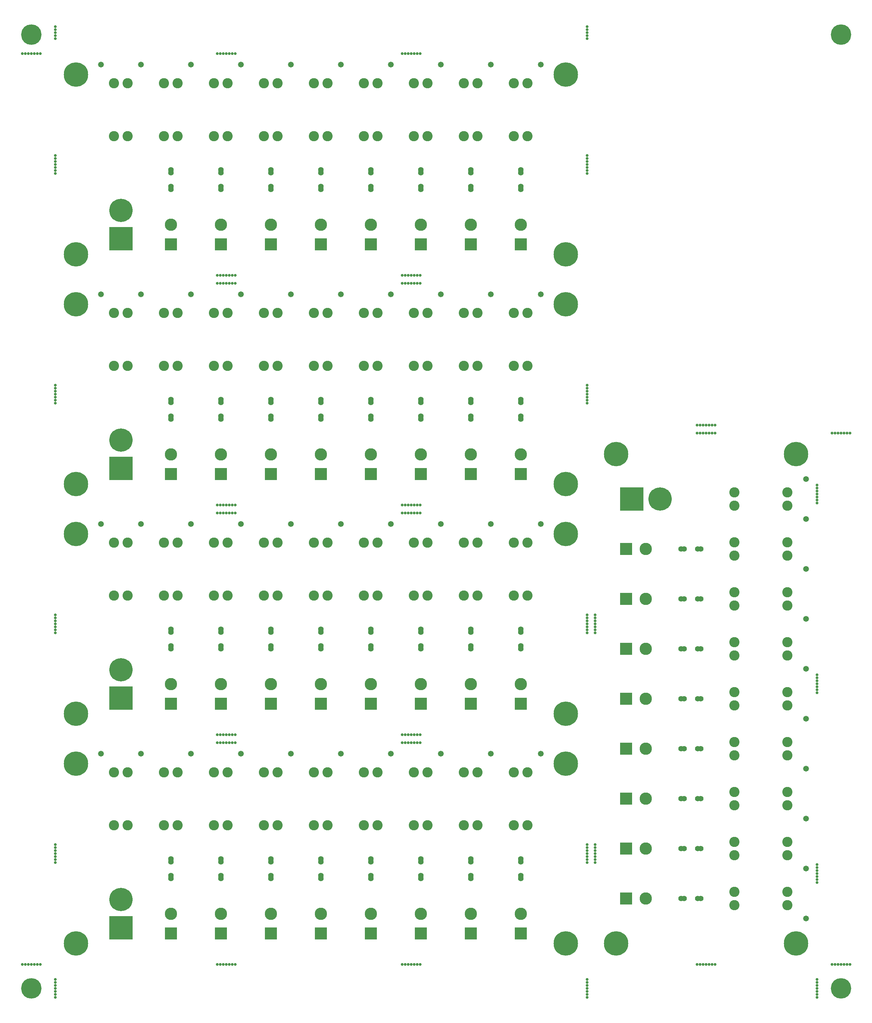
<source format=gbs>
G04*
G04 #@! TF.GenerationSoftware,Altium Limited,Altium Designer,22.0.2 (36)*
G04*
G04 Layer_Color=16711935*
%FSLAX44Y44*%
%MOMM*%
G71*
G04*
G04 #@! TF.SameCoordinates,51EA9407-4672-4AB4-A77A-266F19B1D4C2*
G04*
G04*
G04 #@! TF.FilePolarity,Negative*
G04*
G01*
G75*
%ADD37C,5.2032*%
%ADD38C,0.7112*%
%ADD39C,1.4032*%
%ADD40C,3.1242*%
%ADD41C,2.6032*%
%ADD42R,3.1242X3.1242*%
%ADD43C,5.9182*%
%ADD44R,5.9182X5.9182*%
%ADD45C,6.2032*%
%ADD46C,1.4732*%
%ADD47R,3.1242X3.1242*%
%ADD48R,5.9182X5.9182*%
D37*
X38100Y2463800D02*
D03*
X2095500Y38100D02*
D03*
Y2463800D02*
D03*
X38100Y38100D02*
D03*
D38*
X99060Y2484120D02*
D03*
Y2476500D02*
D03*
Y2468880D02*
D03*
Y2461260D02*
D03*
Y2453640D02*
D03*
X60960Y2415540D02*
D03*
X53340D02*
D03*
X45720D02*
D03*
X38100D02*
D03*
X30480D02*
D03*
X22860D02*
D03*
X15240D02*
D03*
X1450340Y2453640D02*
D03*
Y2461260D02*
D03*
Y2468880D02*
D03*
Y2476500D02*
D03*
Y2484120D02*
D03*
X1026160Y2415540D02*
D03*
X1018540D02*
D03*
X1010920D02*
D03*
X1003300D02*
D03*
X995680D02*
D03*
X988060D02*
D03*
X980440D02*
D03*
X510540D02*
D03*
X518160D02*
D03*
X525780D02*
D03*
X533400D02*
D03*
X541020D02*
D03*
X548640D02*
D03*
X556260D02*
D03*
X2118360Y1450340D02*
D03*
X2110740D02*
D03*
X2103120D02*
D03*
X2095500D02*
D03*
X2087880D02*
D03*
X2080260D02*
D03*
X2072640D02*
D03*
X2118360Y99060D02*
D03*
X2110740D02*
D03*
X2103120D02*
D03*
X2095500D02*
D03*
X2087880D02*
D03*
X2080260D02*
D03*
X2072640D02*
D03*
X1729740Y1450340D02*
D03*
X1737360D02*
D03*
X1744980D02*
D03*
X1752600D02*
D03*
X1760220D02*
D03*
X1767840D02*
D03*
X1775460D02*
D03*
X1729740Y1470660D02*
D03*
X1737360D02*
D03*
X1744980D02*
D03*
X1752600D02*
D03*
X1760220D02*
D03*
X1767840D02*
D03*
X1775460D02*
D03*
X2034540Y60960D02*
D03*
Y53340D02*
D03*
Y45720D02*
D03*
Y38100D02*
D03*
Y30480D02*
D03*
Y22860D02*
D03*
Y15240D02*
D03*
X99060Y2110740D02*
D03*
Y2141220D02*
D03*
Y2133600D02*
D03*
Y2125980D02*
D03*
Y2156460D02*
D03*
Y2148840D02*
D03*
Y2118360D02*
D03*
X1450340Y2156460D02*
D03*
Y2148840D02*
D03*
Y2141220D02*
D03*
Y2133600D02*
D03*
Y2125980D02*
D03*
Y2118360D02*
D03*
Y2110740D02*
D03*
Y1572260D02*
D03*
Y1564640D02*
D03*
Y1557020D02*
D03*
Y1549400D02*
D03*
Y1541780D02*
D03*
Y1534160D02*
D03*
Y1526540D02*
D03*
X1470660Y942340D02*
D03*
Y949960D02*
D03*
Y957580D02*
D03*
Y965200D02*
D03*
Y972820D02*
D03*
Y980440D02*
D03*
Y988060D02*
D03*
X1450340Y942340D02*
D03*
Y949960D02*
D03*
Y957580D02*
D03*
Y965200D02*
D03*
Y972820D02*
D03*
Y980440D02*
D03*
Y988060D02*
D03*
X556260Y1851660D02*
D03*
X548640D02*
D03*
X541020D02*
D03*
X533400D02*
D03*
X525780D02*
D03*
X518160D02*
D03*
X510540D02*
D03*
X556260Y1831340D02*
D03*
X548640D02*
D03*
X541020D02*
D03*
X533400D02*
D03*
X525780D02*
D03*
X518160D02*
D03*
X510540D02*
D03*
X980440D02*
D03*
X988060D02*
D03*
X995680D02*
D03*
X1003300D02*
D03*
X1010920D02*
D03*
X1018540D02*
D03*
X1026160D02*
D03*
X980440Y1851660D02*
D03*
X988060D02*
D03*
X995680D02*
D03*
X1003300D02*
D03*
X1010920D02*
D03*
X1018540D02*
D03*
X1026160D02*
D03*
X556260Y1267460D02*
D03*
X548640D02*
D03*
X541020D02*
D03*
X533400D02*
D03*
X525780D02*
D03*
X518160D02*
D03*
X510540D02*
D03*
X556260Y1247140D02*
D03*
X548640D02*
D03*
X541020D02*
D03*
X533400D02*
D03*
X525780D02*
D03*
X518160D02*
D03*
X510540D02*
D03*
X980440D02*
D03*
X988060D02*
D03*
X995680D02*
D03*
X1003300D02*
D03*
X1010920D02*
D03*
X1018540D02*
D03*
X1026160D02*
D03*
X980440Y1267460D02*
D03*
X988060D02*
D03*
X995680D02*
D03*
X1003300D02*
D03*
X1010920D02*
D03*
X1018540D02*
D03*
X1026160D02*
D03*
X99060Y1534160D02*
D03*
Y1564640D02*
D03*
Y1572260D02*
D03*
Y1541780D02*
D03*
Y1549400D02*
D03*
Y1557020D02*
D03*
Y1526540D02*
D03*
X99060Y942340D02*
D03*
Y972820D02*
D03*
Y965200D02*
D03*
Y957580D02*
D03*
Y988060D02*
D03*
Y980440D02*
D03*
Y949960D02*
D03*
Y365760D02*
D03*
Y396240D02*
D03*
Y403860D02*
D03*
Y373380D02*
D03*
Y381000D02*
D03*
Y388620D02*
D03*
X2034540Y1272540D02*
D03*
Y1280160D02*
D03*
Y1287780D02*
D03*
Y1295400D02*
D03*
Y1303020D02*
D03*
Y1310640D02*
D03*
Y1318260D02*
D03*
Y789940D02*
D03*
Y797560D02*
D03*
Y805180D02*
D03*
Y812800D02*
D03*
Y820420D02*
D03*
Y828040D02*
D03*
Y835660D02*
D03*
Y307340D02*
D03*
Y314960D02*
D03*
Y322580D02*
D03*
Y330200D02*
D03*
Y337820D02*
D03*
Y345440D02*
D03*
Y353060D02*
D03*
X1729740Y99060D02*
D03*
X1737360D02*
D03*
X1744980D02*
D03*
X1752600D02*
D03*
X1760220D02*
D03*
X1767840D02*
D03*
X1775460D02*
D03*
X1450340Y403860D02*
D03*
Y396240D02*
D03*
Y388620D02*
D03*
Y381000D02*
D03*
Y373380D02*
D03*
Y365760D02*
D03*
Y358140D02*
D03*
X1470660Y403860D02*
D03*
Y396240D02*
D03*
Y388620D02*
D03*
Y381000D02*
D03*
Y373380D02*
D03*
Y365760D02*
D03*
Y358140D02*
D03*
X1450340Y15240D02*
D03*
Y22860D02*
D03*
Y30480D02*
D03*
Y38100D02*
D03*
Y45720D02*
D03*
Y53340D02*
D03*
Y60960D02*
D03*
X99060Y15240D02*
D03*
Y22860D02*
D03*
Y30480D02*
D03*
Y38100D02*
D03*
Y45720D02*
D03*
Y53340D02*
D03*
Y60960D02*
D03*
X15240Y99060D02*
D03*
X22860D02*
D03*
X30480D02*
D03*
X38100D02*
D03*
X45720D02*
D03*
X53340D02*
D03*
X60960D02*
D03*
X1026160Y683260D02*
D03*
X1018540D02*
D03*
X1010920D02*
D03*
X1003300D02*
D03*
X995680D02*
D03*
X988060D02*
D03*
X980440D02*
D03*
X1026160Y662940D02*
D03*
X1018540D02*
D03*
X1010920D02*
D03*
X1003300D02*
D03*
X995680D02*
D03*
X988060D02*
D03*
X980440D02*
D03*
X510540D02*
D03*
X518160D02*
D03*
X525780D02*
D03*
X533400D02*
D03*
X541020D02*
D03*
X548640D02*
D03*
X556260D02*
D03*
X510540Y683260D02*
D03*
X518160D02*
D03*
X525780D02*
D03*
X533400D02*
D03*
X541020D02*
D03*
X548640D02*
D03*
X556260D02*
D03*
X1026160Y99060D02*
D03*
X1018540D02*
D03*
X1010920D02*
D03*
X1003300D02*
D03*
X995680D02*
D03*
X988060D02*
D03*
X980440D02*
D03*
X556260D02*
D03*
X548640D02*
D03*
X541020D02*
D03*
X533400D02*
D03*
X525780D02*
D03*
X518160D02*
D03*
X510540D02*
D03*
X99060Y358140D02*
D03*
D39*
X1281900Y324920D02*
D03*
Y359920D02*
D03*
Y367420D02*
D03*
Y317420D02*
D03*
X1154900Y324920D02*
D03*
Y359920D02*
D03*
Y367420D02*
D03*
Y317420D02*
D03*
X1027900Y324920D02*
D03*
Y359920D02*
D03*
Y367420D02*
D03*
Y317420D02*
D03*
X900900Y324920D02*
D03*
Y359920D02*
D03*
Y367420D02*
D03*
Y317420D02*
D03*
X773900Y324920D02*
D03*
Y359920D02*
D03*
Y367420D02*
D03*
Y317420D02*
D03*
X646900Y324920D02*
D03*
Y359920D02*
D03*
Y367420D02*
D03*
Y317420D02*
D03*
X519900Y324920D02*
D03*
Y359920D02*
D03*
Y367420D02*
D03*
Y317420D02*
D03*
X392900Y324920D02*
D03*
Y359920D02*
D03*
Y367420D02*
D03*
Y317420D02*
D03*
X1281900Y909120D02*
D03*
Y944120D02*
D03*
Y951620D02*
D03*
Y901620D02*
D03*
X1154900Y909120D02*
D03*
Y944120D02*
D03*
Y951620D02*
D03*
Y901620D02*
D03*
X1027900Y909120D02*
D03*
Y944120D02*
D03*
Y951620D02*
D03*
Y901620D02*
D03*
X900900Y909120D02*
D03*
Y944120D02*
D03*
Y951620D02*
D03*
Y901620D02*
D03*
X773900Y909120D02*
D03*
Y944120D02*
D03*
Y951620D02*
D03*
Y901620D02*
D03*
X646900Y909120D02*
D03*
Y944120D02*
D03*
Y951620D02*
D03*
Y901620D02*
D03*
X519900Y909120D02*
D03*
Y944120D02*
D03*
Y951620D02*
D03*
Y901620D02*
D03*
X392900Y909120D02*
D03*
Y944120D02*
D03*
Y951620D02*
D03*
Y901620D02*
D03*
X1281900Y1493320D02*
D03*
Y1528320D02*
D03*
Y1535820D02*
D03*
Y1485820D02*
D03*
X1154900Y1493320D02*
D03*
Y1528320D02*
D03*
Y1535820D02*
D03*
Y1485820D02*
D03*
X1027900Y1493320D02*
D03*
Y1528320D02*
D03*
Y1535820D02*
D03*
Y1485820D02*
D03*
X900900Y1493320D02*
D03*
Y1528320D02*
D03*
Y1535820D02*
D03*
Y1485820D02*
D03*
X773900Y1493320D02*
D03*
Y1528320D02*
D03*
Y1535820D02*
D03*
Y1485820D02*
D03*
X646900Y1493320D02*
D03*
Y1528320D02*
D03*
Y1535820D02*
D03*
Y1485820D02*
D03*
X519900Y1493320D02*
D03*
Y1528320D02*
D03*
Y1535820D02*
D03*
Y1485820D02*
D03*
X392900Y1493320D02*
D03*
Y1528320D02*
D03*
Y1535820D02*
D03*
Y1485820D02*
D03*
X1281900Y2077520D02*
D03*
Y2112520D02*
D03*
Y2120020D02*
D03*
Y2070020D02*
D03*
X1154900Y2077520D02*
D03*
Y2112520D02*
D03*
Y2120020D02*
D03*
Y2070020D02*
D03*
X1027900Y2077520D02*
D03*
Y2112520D02*
D03*
Y2120020D02*
D03*
Y2070020D02*
D03*
X900900Y2077520D02*
D03*
Y2112520D02*
D03*
Y2120020D02*
D03*
Y2070020D02*
D03*
X773900Y2077520D02*
D03*
Y2112520D02*
D03*
Y2120020D02*
D03*
Y2070020D02*
D03*
X646900Y2077520D02*
D03*
Y2112520D02*
D03*
Y2120020D02*
D03*
Y2070020D02*
D03*
X519900Y2077520D02*
D03*
Y2112520D02*
D03*
Y2120020D02*
D03*
Y2070020D02*
D03*
X392900Y2077520D02*
D03*
Y2112520D02*
D03*
Y2120020D02*
D03*
Y2070020D02*
D03*
X1697000Y266700D02*
D03*
X1732000D02*
D03*
X1739500D02*
D03*
X1689500D02*
D03*
X1697000Y393700D02*
D03*
X1732000D02*
D03*
X1739500D02*
D03*
X1689500D02*
D03*
X1697000Y520700D02*
D03*
X1732000D02*
D03*
X1739500D02*
D03*
X1689500D02*
D03*
X1697000Y647700D02*
D03*
X1732000D02*
D03*
X1739500D02*
D03*
X1689500D02*
D03*
X1697000Y774700D02*
D03*
X1732000D02*
D03*
X1739500D02*
D03*
X1689500D02*
D03*
X1697000Y901700D02*
D03*
X1732000D02*
D03*
X1739500D02*
D03*
X1689500D02*
D03*
X1697000Y1028700D02*
D03*
X1732000D02*
D03*
X1739500D02*
D03*
X1689500D02*
D03*
X1697000Y1155700D02*
D03*
X1732000D02*
D03*
X1739500D02*
D03*
X1689500D02*
D03*
D40*
X773900Y227720D02*
D03*
X646900D02*
D03*
X1027900D02*
D03*
X1281900D02*
D03*
X1154900D02*
D03*
X900900D02*
D03*
X519900D02*
D03*
X392900D02*
D03*
X773900Y811920D02*
D03*
X646900D02*
D03*
X1027900D02*
D03*
X1281900D02*
D03*
X1154900D02*
D03*
X900900D02*
D03*
X519900D02*
D03*
X392900D02*
D03*
X773900Y1396120D02*
D03*
X646900D02*
D03*
X1027900D02*
D03*
X1281900D02*
D03*
X1154900D02*
D03*
X900900D02*
D03*
X519900D02*
D03*
X392900D02*
D03*
X773900Y1980320D02*
D03*
X646900D02*
D03*
X1027900D02*
D03*
X1281900D02*
D03*
X1154900D02*
D03*
X900900D02*
D03*
X519900D02*
D03*
X392900D02*
D03*
X1599800Y774700D02*
D03*
Y901700D02*
D03*
Y520700D02*
D03*
Y266700D02*
D03*
Y393700D02*
D03*
Y647700D02*
D03*
Y1028700D02*
D03*
Y1155700D02*
D03*
D41*
X1171900Y587570D02*
D03*
X1137900D02*
D03*
X1171900Y452870D02*
D03*
X1137900D02*
D03*
X536900Y587570D02*
D03*
X502900D02*
D03*
X536900Y452870D02*
D03*
X502900D02*
D03*
X282900Y587570D02*
D03*
X248900D02*
D03*
X282900Y452870D02*
D03*
X248900D02*
D03*
X883900D02*
D03*
X917900D02*
D03*
X883900Y587570D02*
D03*
X917900D02*
D03*
X756900Y452870D02*
D03*
X790900D02*
D03*
X756900Y587570D02*
D03*
X790900D02*
D03*
X1264900Y452870D02*
D03*
X1298900D02*
D03*
X1264900Y587570D02*
D03*
X1298900D02*
D03*
X1010900Y452870D02*
D03*
X1044900D02*
D03*
X1010900Y587570D02*
D03*
X1044900D02*
D03*
X375900Y452870D02*
D03*
X409900D02*
D03*
X375900Y587570D02*
D03*
X409900D02*
D03*
X629900Y452870D02*
D03*
X663900D02*
D03*
X629900Y587570D02*
D03*
X663900D02*
D03*
X1171900Y1171770D02*
D03*
X1137900D02*
D03*
X1171900Y1037070D02*
D03*
X1137900D02*
D03*
X536900Y1171770D02*
D03*
X502900D02*
D03*
X536900Y1037070D02*
D03*
X502900D02*
D03*
X282900Y1171770D02*
D03*
X248900D02*
D03*
X282900Y1037070D02*
D03*
X248900D02*
D03*
X883900D02*
D03*
X917900D02*
D03*
X883900Y1171770D02*
D03*
X917900D02*
D03*
X756900Y1037070D02*
D03*
X790900D02*
D03*
X756900Y1171770D02*
D03*
X790900D02*
D03*
X1264900Y1037070D02*
D03*
X1298900D02*
D03*
X1264900Y1171770D02*
D03*
X1298900D02*
D03*
X1010900Y1037070D02*
D03*
X1044900D02*
D03*
X1010900Y1171770D02*
D03*
X1044900D02*
D03*
X375900Y1037070D02*
D03*
X409900D02*
D03*
X375900Y1171770D02*
D03*
X409900D02*
D03*
X629900Y1037070D02*
D03*
X663900D02*
D03*
X629900Y1171770D02*
D03*
X663900D02*
D03*
X1171900Y1755970D02*
D03*
X1137900D02*
D03*
X1171900Y1621270D02*
D03*
X1137900D02*
D03*
X536900Y1755970D02*
D03*
X502900D02*
D03*
X536900Y1621270D02*
D03*
X502900D02*
D03*
X282900Y1755970D02*
D03*
X248900D02*
D03*
X282900Y1621270D02*
D03*
X248900D02*
D03*
X883900D02*
D03*
X917900D02*
D03*
X883900Y1755970D02*
D03*
X917900D02*
D03*
X756900Y1621270D02*
D03*
X790900D02*
D03*
X756900Y1755970D02*
D03*
X790900D02*
D03*
X1264900Y1621270D02*
D03*
X1298900D02*
D03*
X1264900Y1755970D02*
D03*
X1298900D02*
D03*
X1010900Y1621270D02*
D03*
X1044900D02*
D03*
X1010900Y1755970D02*
D03*
X1044900D02*
D03*
X375900Y1621270D02*
D03*
X409900D02*
D03*
X375900Y1755970D02*
D03*
X409900D02*
D03*
X629900Y1621270D02*
D03*
X663900D02*
D03*
X629900Y1755970D02*
D03*
X663900D02*
D03*
X1171900Y2340170D02*
D03*
X1137900D02*
D03*
X1171900Y2205470D02*
D03*
X1137900D02*
D03*
X536900Y2340170D02*
D03*
X502900D02*
D03*
X536900Y2205470D02*
D03*
X502900D02*
D03*
X282900Y2340170D02*
D03*
X248900D02*
D03*
X282900Y2205470D02*
D03*
X248900D02*
D03*
X883900D02*
D03*
X917900D02*
D03*
X883900Y2340170D02*
D03*
X917900D02*
D03*
X756900Y2205470D02*
D03*
X790900D02*
D03*
X756900Y2340170D02*
D03*
X790900D02*
D03*
X1264900Y2205470D02*
D03*
X1298900D02*
D03*
X1264900Y2340170D02*
D03*
X1298900D02*
D03*
X1010900Y2205470D02*
D03*
X1044900D02*
D03*
X1010900Y2340170D02*
D03*
X1044900D02*
D03*
X375900Y2205470D02*
D03*
X409900D02*
D03*
X375900Y2340170D02*
D03*
X409900D02*
D03*
X629900Y2205470D02*
D03*
X663900D02*
D03*
X629900Y2340170D02*
D03*
X663900D02*
D03*
X1959650Y376700D02*
D03*
Y410700D02*
D03*
X1824950Y376700D02*
D03*
Y410700D02*
D03*
X1959650Y1011700D02*
D03*
Y1045700D02*
D03*
X1824950Y1011700D02*
D03*
Y1045700D02*
D03*
X1959650Y1265700D02*
D03*
Y1299700D02*
D03*
X1824950Y1265700D02*
D03*
Y1299700D02*
D03*
Y664700D02*
D03*
Y630700D02*
D03*
X1959650Y664700D02*
D03*
Y630700D02*
D03*
X1824950Y791700D02*
D03*
Y757700D02*
D03*
X1959650Y791700D02*
D03*
Y757700D02*
D03*
X1824950Y283700D02*
D03*
Y249700D02*
D03*
X1959650Y283700D02*
D03*
Y249700D02*
D03*
X1824950Y537700D02*
D03*
Y503700D02*
D03*
X1959650Y537700D02*
D03*
Y503700D02*
D03*
X1824950Y1172700D02*
D03*
Y1138700D02*
D03*
X1959650Y1172700D02*
D03*
Y1138700D02*
D03*
X1824950Y918700D02*
D03*
Y884700D02*
D03*
X1959650Y918700D02*
D03*
Y884700D02*
D03*
D42*
X646900Y177720D02*
D03*
X1027900D02*
D03*
X1281900D02*
D03*
X1154900D02*
D03*
X773900D02*
D03*
X900900D02*
D03*
X519900D02*
D03*
X392900D02*
D03*
X646900Y761920D02*
D03*
X1027900D02*
D03*
X1281900D02*
D03*
X1154900D02*
D03*
X773900D02*
D03*
X900900D02*
D03*
X519900D02*
D03*
X392900D02*
D03*
X646900Y1346120D02*
D03*
X1027900D02*
D03*
X1281900D02*
D03*
X1154900D02*
D03*
X773900D02*
D03*
X900900D02*
D03*
X519900D02*
D03*
X392900D02*
D03*
X646900Y1930320D02*
D03*
X1027900D02*
D03*
X1281900D02*
D03*
X1154900D02*
D03*
X773900D02*
D03*
X900900D02*
D03*
X519900D02*
D03*
X392900D02*
D03*
D43*
X265900Y264120D02*
D03*
Y848320D02*
D03*
Y1432520D02*
D03*
Y2016720D02*
D03*
X1636200Y1282700D02*
D03*
D44*
X265900Y192120D02*
D03*
Y776320D02*
D03*
Y1360520D02*
D03*
Y1944720D02*
D03*
D45*
X151600Y151920D02*
D03*
Y609120D02*
D03*
X1396200D02*
D03*
Y151920D02*
D03*
X151600Y736120D02*
D03*
Y1193320D02*
D03*
X1396200D02*
D03*
Y736120D02*
D03*
X151600Y1320320D02*
D03*
Y1777520D02*
D03*
X1396200D02*
D03*
Y1320320D02*
D03*
X151600Y1904520D02*
D03*
Y2361720D02*
D03*
X1396200D02*
D03*
Y1904520D02*
D03*
X1524000Y1397000D02*
D03*
X1981200D02*
D03*
Y152400D02*
D03*
X1524000D02*
D03*
D46*
X1332700Y634520D02*
D03*
X1205700D02*
D03*
X1078700D02*
D03*
X951700D02*
D03*
X824700D02*
D03*
X697700D02*
D03*
X570700D02*
D03*
X443700D02*
D03*
X316700D02*
D03*
X215100D02*
D03*
X1332700Y1218720D02*
D03*
X1205700D02*
D03*
X1078700D02*
D03*
X951700D02*
D03*
X824700D02*
D03*
X697700D02*
D03*
X570700D02*
D03*
X443700D02*
D03*
X316700D02*
D03*
X215100D02*
D03*
X1332700Y1802920D02*
D03*
X1205700D02*
D03*
X1078700D02*
D03*
X951700D02*
D03*
X824700D02*
D03*
X697700D02*
D03*
X570700D02*
D03*
X443700D02*
D03*
X316700D02*
D03*
X215100D02*
D03*
X1332700Y2387120D02*
D03*
X1205700D02*
D03*
X1078700D02*
D03*
X951700D02*
D03*
X824700D02*
D03*
X697700D02*
D03*
X570700D02*
D03*
X443700D02*
D03*
X316700D02*
D03*
X215100D02*
D03*
X2006600Y215900D02*
D03*
Y342900D02*
D03*
Y469900D02*
D03*
Y596900D02*
D03*
Y723900D02*
D03*
Y850900D02*
D03*
Y977900D02*
D03*
Y1104900D02*
D03*
Y1231900D02*
D03*
Y1333500D02*
D03*
D47*
X1549800Y901700D02*
D03*
Y520700D02*
D03*
Y266700D02*
D03*
Y393700D02*
D03*
Y774700D02*
D03*
Y647700D02*
D03*
Y1028700D02*
D03*
Y1155700D02*
D03*
D48*
X1564200Y1282700D02*
D03*
M02*

</source>
